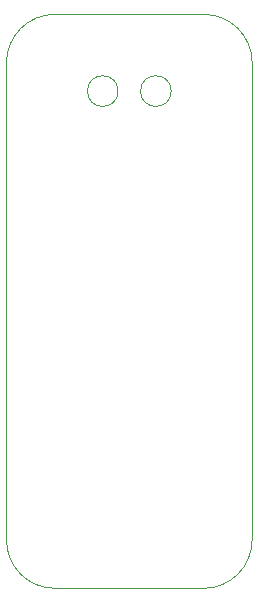
<source format=gm1>
G04 #@! TF.GenerationSoftware,KiCad,Pcbnew,(5.1.8)-1*
G04 #@! TF.CreationDate,2023-08-31T22:35:53+02:00*
G04 #@! TF.ProjectId,RC Exhaust System,52432045-7868-4617-9573-742053797374,rev?*
G04 #@! TF.SameCoordinates,Original*
G04 #@! TF.FileFunction,Profile,NP*
%FSLAX46Y46*%
G04 Gerber Fmt 4.6, Leading zero omitted, Abs format (unit mm)*
G04 Created by KiCad (PCBNEW (5.1.8)-1) date 2023-08-31 22:35:53*
%MOMM*%
%LPD*%
G01*
G04 APERTURE LIST*
G04 #@! TA.AperFunction,Profile*
%ADD10C,0.050000*%
G04 #@! TD*
G04 APERTURE END LIST*
D10*
X86995000Y-73896000D02*
G75*
G02*
X91095000Y-77996000I0J-4100000D01*
G01*
X70292000Y-77996000D02*
G75*
G02*
X74392000Y-73896000I4100000J0D01*
G01*
X86995000Y-73896000D02*
X74392000Y-73896000D01*
X91095000Y-77996000D02*
X91092000Y-118396000D01*
X91092000Y-118396000D02*
G75*
G02*
X86992000Y-122496000I-4100000J0D01*
G01*
X74392000Y-122496000D02*
G75*
G02*
X70292000Y-118396000I0J4100000D01*
G01*
X70292000Y-118396000D02*
X70292000Y-77996000D01*
X84242000Y-80396000D02*
G75*
G03*
X84242000Y-80396000I-1300000J0D01*
G01*
X79742000Y-80396000D02*
G75*
G03*
X79742000Y-80396000I-1300000J0D01*
G01*
X80692000Y-122496000D02*
X86992000Y-122496000D01*
X80692000Y-122496000D02*
X74392000Y-122496000D01*
M02*

</source>
